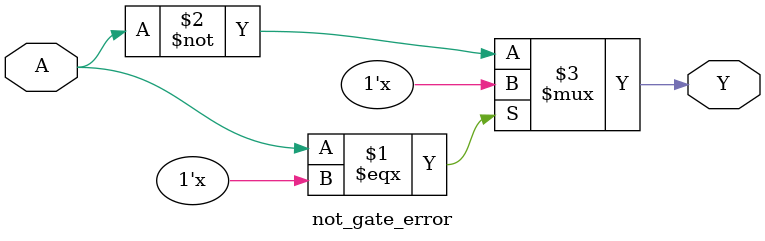
<source format=sv>
module not_gate_error (
    input wire A,
    output wire Y
);
    assign Y = (A === 1'bz) ? 1'bz : ~A;
endmodule

</source>
